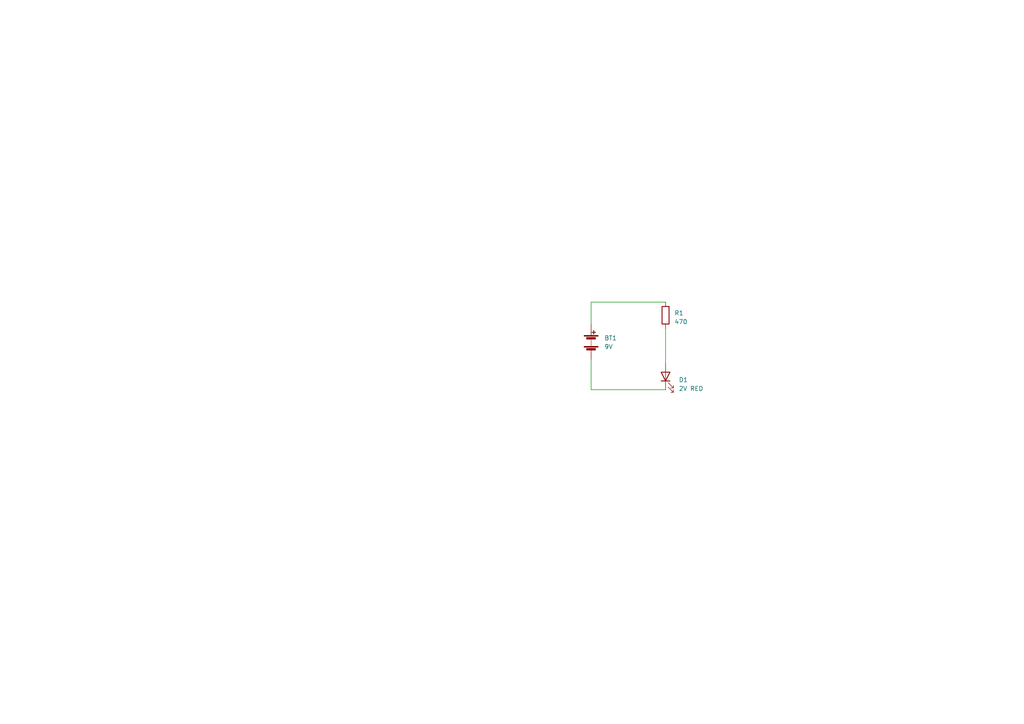
<source format=kicad_sch>
(kicad_sch (version 20230121) (generator eeschema)

  (uuid bfff276a-bbc3-4116-92d8-f5b5e5f1f8df)

  (paper "A4")

  (lib_symbols
    (symbol "Device:Battery" (pin_numbers hide) (pin_names (offset 0) hide) (in_bom yes) (on_board yes)
      (property "Reference" "BT" (at 2.54 2.54 0)
        (effects (font (size 1.27 1.27)) (justify left))
      )
      (property "Value" "Battery" (at 2.54 0 0)
        (effects (font (size 1.27 1.27)) (justify left))
      )
      (property "Footprint" "" (at 0 1.524 90)
        (effects (font (size 1.27 1.27)) hide)
      )
      (property "Datasheet" "~" (at 0 1.524 90)
        (effects (font (size 1.27 1.27)) hide)
      )
      (property "ki_keywords" "batt voltage-source cell" (at 0 0 0)
        (effects (font (size 1.27 1.27)) hide)
      )
      (property "ki_description" "Multiple-cell battery" (at 0 0 0)
        (effects (font (size 1.27 1.27)) hide)
      )
      (symbol "Battery_0_1"
        (rectangle (start -2.032 -1.397) (end 2.032 -1.651)
          (stroke (width 0) (type default))
          (fill (type outline))
        )
        (rectangle (start -2.032 1.778) (end 2.032 1.524)
          (stroke (width 0) (type default))
          (fill (type outline))
        )
        (rectangle (start -1.3208 -1.9812) (end 1.27 -2.4892)
          (stroke (width 0) (type default))
          (fill (type outline))
        )
        (rectangle (start -1.3208 1.1938) (end 1.27 0.6858)
          (stroke (width 0) (type default))
          (fill (type outline))
        )
        (polyline
          (pts
            (xy 0 -1.524)
            (xy 0 -1.27)
          )
          (stroke (width 0) (type default))
          (fill (type none))
        )
        (polyline
          (pts
            (xy 0 -1.016)
            (xy 0 -0.762)
          )
          (stroke (width 0) (type default))
          (fill (type none))
        )
        (polyline
          (pts
            (xy 0 -0.508)
            (xy 0 -0.254)
          )
          (stroke (width 0) (type default))
          (fill (type none))
        )
        (polyline
          (pts
            (xy 0 0)
            (xy 0 0.254)
          )
          (stroke (width 0) (type default))
          (fill (type none))
        )
        (polyline
          (pts
            (xy 0 0.508)
            (xy 0 0.762)
          )
          (stroke (width 0) (type default))
          (fill (type none))
        )
        (polyline
          (pts
            (xy 0 1.778)
            (xy 0 2.54)
          )
          (stroke (width 0) (type default))
          (fill (type none))
        )
        (polyline
          (pts
            (xy 0.254 2.667)
            (xy 1.27 2.667)
          )
          (stroke (width 0.254) (type default))
          (fill (type none))
        )
        (polyline
          (pts
            (xy 0.762 3.175)
            (xy 0.762 2.159)
          )
          (stroke (width 0.254) (type default))
          (fill (type none))
        )
      )
      (symbol "Battery_1_1"
        (pin passive line (at 0 5.08 270) (length 2.54)
          (name "+" (effects (font (size 1.27 1.27))))
          (number "1" (effects (font (size 1.27 1.27))))
        )
        (pin passive line (at 0 -5.08 90) (length 2.54)
          (name "-" (effects (font (size 1.27 1.27))))
          (number "2" (effects (font (size 1.27 1.27))))
        )
      )
    )
    (symbol "Device:LED" (pin_numbers hide) (pin_names (offset 1.016) hide) (in_bom yes) (on_board yes)
      (property "Reference" "D" (at 0 2.54 0)
        (effects (font (size 1.27 1.27)))
      )
      (property "Value" "LED" (at 0 -2.54 0)
        (effects (font (size 1.27 1.27)))
      )
      (property "Footprint" "" (at 0 0 0)
        (effects (font (size 1.27 1.27)) hide)
      )
      (property "Datasheet" "~" (at 0 0 0)
        (effects (font (size 1.27 1.27)) hide)
      )
      (property "ki_keywords" "LED diode" (at 0 0 0)
        (effects (font (size 1.27 1.27)) hide)
      )
      (property "ki_description" "Light emitting diode" (at 0 0 0)
        (effects (font (size 1.27 1.27)) hide)
      )
      (property "ki_fp_filters" "LED* LED_SMD:* LED_THT:*" (at 0 0 0)
        (effects (font (size 1.27 1.27)) hide)
      )
      (symbol "LED_0_1"
        (polyline
          (pts
            (xy -1.27 -1.27)
            (xy -1.27 1.27)
          )
          (stroke (width 0.254) (type default))
          (fill (type none))
        )
        (polyline
          (pts
            (xy -1.27 0)
            (xy 1.27 0)
          )
          (stroke (width 0) (type default))
          (fill (type none))
        )
        (polyline
          (pts
            (xy 1.27 -1.27)
            (xy 1.27 1.27)
            (xy -1.27 0)
            (xy 1.27 -1.27)
          )
          (stroke (width 0.254) (type default))
          (fill (type none))
        )
        (polyline
          (pts
            (xy -3.048 -0.762)
            (xy -4.572 -2.286)
            (xy -3.81 -2.286)
            (xy -4.572 -2.286)
            (xy -4.572 -1.524)
          )
          (stroke (width 0) (type default))
          (fill (type none))
        )
        (polyline
          (pts
            (xy -1.778 -0.762)
            (xy -3.302 -2.286)
            (xy -2.54 -2.286)
            (xy -3.302 -2.286)
            (xy -3.302 -1.524)
          )
          (stroke (width 0) (type default))
          (fill (type none))
        )
      )
      (symbol "LED_1_1"
        (pin passive line (at -3.81 0 0) (length 2.54)
          (name "K" (effects (font (size 1.27 1.27))))
          (number "1" (effects (font (size 1.27 1.27))))
        )
        (pin passive line (at 3.81 0 180) (length 2.54)
          (name "A" (effects (font (size 1.27 1.27))))
          (number "2" (effects (font (size 1.27 1.27))))
        )
      )
    )
    (symbol "Device:R" (pin_numbers hide) (pin_names (offset 0)) (in_bom yes) (on_board yes)
      (property "Reference" "R" (at 2.032 0 90)
        (effects (font (size 1.27 1.27)))
      )
      (property "Value" "R" (at 0 0 90)
        (effects (font (size 1.27 1.27)))
      )
      (property "Footprint" "" (at -1.778 0 90)
        (effects (font (size 1.27 1.27)) hide)
      )
      (property "Datasheet" "~" (at 0 0 0)
        (effects (font (size 1.27 1.27)) hide)
      )
      (property "ki_keywords" "R res resistor" (at 0 0 0)
        (effects (font (size 1.27 1.27)) hide)
      )
      (property "ki_description" "Resistor" (at 0 0 0)
        (effects (font (size 1.27 1.27)) hide)
      )
      (property "ki_fp_filters" "R_*" (at 0 0 0)
        (effects (font (size 1.27 1.27)) hide)
      )
      (symbol "R_0_1"
        (rectangle (start -1.016 -2.54) (end 1.016 2.54)
          (stroke (width 0.254) (type default))
          (fill (type none))
        )
      )
      (symbol "R_1_1"
        (pin passive line (at 0 3.81 270) (length 1.27)
          (name "~" (effects (font (size 1.27 1.27))))
          (number "1" (effects (font (size 1.27 1.27))))
        )
        (pin passive line (at 0 -3.81 90) (length 1.27)
          (name "~" (effects (font (size 1.27 1.27))))
          (number "2" (effects (font (size 1.27 1.27))))
        )
      )
    )
  )


  (wire (pts (xy 193.04 95.25) (xy 193.04 105.41))
    (stroke (width 0) (type default))
    (uuid 0db77c45-43ce-4271-afe7-73bffe05ddea)
  )
  (wire (pts (xy 193.04 113.03) (xy 171.45 113.03))
    (stroke (width 0) (type default))
    (uuid 2e42a0d3-e4c5-48c0-9ef4-a25f67f8af2c)
  )
  (wire (pts (xy 171.45 113.03) (xy 171.45 104.14))
    (stroke (width 0) (type default))
    (uuid 3f92f3d3-deb8-4f84-8911-f0fed526fc78)
  )
  (wire (pts (xy 171.45 93.98) (xy 171.45 87.63))
    (stroke (width 0) (type default))
    (uuid b89d82e6-3b16-4e5c-8c16-5e22dd3b5fcc)
  )
  (wire (pts (xy 171.45 87.63) (xy 193.04 87.63))
    (stroke (width 0) (type default))
    (uuid d9e6aabc-aa01-4912-b13f-ce9a4d6234e6)
  )

  (symbol (lib_id "Device:LED") (at 193.04 109.22 90) (unit 1)
    (in_bom yes) (on_board yes) (dnp no) (fields_autoplaced)
    (uuid 23f76e21-2569-4487-a72c-6b437ad8d7c4)
    (property "Reference" "D1" (at 196.85 110.1725 90)
      (effects (font (size 1.27 1.27)) (justify right))
    )
    (property "Value" "2V RED" (at 196.85 112.7125 90)
      (effects (font (size 1.27 1.27)) (justify right))
    )
    (property "Footprint" "LED_THT:LED_D5.0mm" (at 193.04 109.22 0)
      (effects (font (size 1.27 1.27)) hide)
    )
    (property "Datasheet" "~" (at 193.04 109.22 0)
      (effects (font (size 1.27 1.27)) hide)
    )
    (pin "1" (uuid d295f524-7b2c-4f7b-a896-fb771a340289))
    (pin "2" (uuid f3966db5-bb48-4fc1-b178-fa2f3d346542))
    (instances
      (project "firstProject"
        (path "/bfff276a-bbc3-4116-92d8-f5b5e5f1f8df"
          (reference "D1") (unit 1)
        )
      )
    )
  )

  (symbol (lib_id "Device:R") (at 193.04 91.44 0) (unit 1)
    (in_bom yes) (on_board yes) (dnp no) (fields_autoplaced)
    (uuid 45d71c91-9f9e-48a8-812e-d8a78e11a819)
    (property "Reference" "R1" (at 195.58 90.805 0)
      (effects (font (size 1.27 1.27)) (justify left))
    )
    (property "Value" "470" (at 195.58 93.345 0)
      (effects (font (size 1.27 1.27)) (justify left))
    )
    (property "Footprint" "Resistor_THT:R_Axial_DIN0204_L3.6mm_D1.6mm_P5.08mm_Horizontal" (at 191.262 91.44 90)
      (effects (font (size 1.27 1.27)) hide)
    )
    (property "Datasheet" "~" (at 193.04 91.44 0)
      (effects (font (size 1.27 1.27)) hide)
    )
    (pin "1" (uuid dc94436e-badb-474e-89e5-1137bf8ef404))
    (pin "2" (uuid 5df697c7-f648-4f7f-8331-afee313ab632))
    (instances
      (project "firstProject"
        (path "/bfff276a-bbc3-4116-92d8-f5b5e5f1f8df"
          (reference "R1") (unit 1)
        )
      )
    )
  )

  (symbol (lib_id "Device:Battery") (at 171.45 99.06 0) (unit 1)
    (in_bom yes) (on_board yes) (dnp no) (fields_autoplaced)
    (uuid f8273d19-88cb-4b3d-a2ba-f462ea7b4d41)
    (property "Reference" "BT1" (at 175.26 98.044 0)
      (effects (font (size 1.27 1.27)) (justify left))
    )
    (property "Value" "9V" (at 175.26 100.584 0)
      (effects (font (size 1.27 1.27)) (justify left))
    )
    (property "Footprint" "Connector_PinHeader_2.54mm:PinHeader_1x02_P2.54mm_Vertical" (at 171.45 97.536 90)
      (effects (font (size 1.27 1.27)) hide)
    )
    (property "Datasheet" "~" (at 171.45 97.536 90)
      (effects (font (size 1.27 1.27)) hide)
    )
    (pin "1" (uuid a094cd5f-44ad-4488-858f-18d1e18d3157))
    (pin "2" (uuid ef747dd3-3b3b-430e-8e4d-06bdb9580adf))
    (instances
      (project "firstProject"
        (path "/bfff276a-bbc3-4116-92d8-f5b5e5f1f8df"
          (reference "BT1") (unit 1)
        )
      )
    )
  )

  (sheet_instances
    (path "/" (page "1"))
  )
)

</source>
